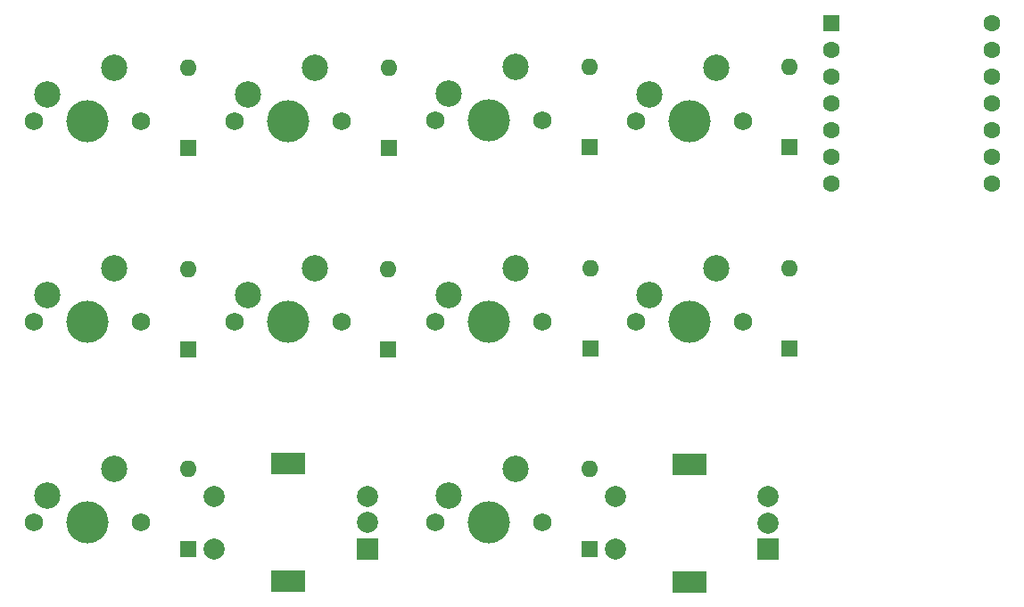
<source format=gbr>
%TF.GenerationSoftware,KiCad,Pcbnew,8.0.6*%
%TF.CreationDate,2024-10-21T23:54:32-04:00*%
%TF.ProjectId,keyboard tutorial,6b657962-6f61-4726-9420-7475746f7269,rev?*%
%TF.SameCoordinates,Original*%
%TF.FileFunction,Soldermask,Bot*%
%TF.FilePolarity,Negative*%
%FSLAX46Y46*%
G04 Gerber Fmt 4.6, Leading zero omitted, Abs format (unit mm)*
G04 Created by KiCad (PCBNEW 8.0.6) date 2024-10-21 23:54:32*
%MOMM*%
%LPD*%
G01*
G04 APERTURE LIST*
%ADD10C,1.750000*%
%ADD11C,4.000000*%
%ADD12C,2.500000*%
%ADD13R,2.000000X2.000000*%
%ADD14C,2.000000*%
%ADD15R,3.200000X2.000000*%
%ADD16R,1.600000X1.600000*%
%ADD17C,1.600000*%
%ADD18O,1.600000X1.600000*%
G04 APERTURE END LIST*
D10*
%TO.C,S9*%
X106680000Y-114617500D03*
D11*
X111760000Y-114617500D03*
D10*
X116840000Y-114617500D03*
D12*
X107950000Y-112077500D03*
X114300000Y-109537500D03*
%TD*%
D13*
%TO.C,SW2*%
X138330000Y-117150000D03*
D14*
X138330000Y-112150000D03*
X138330000Y-114650000D03*
D15*
X130830000Y-120250000D03*
X130830000Y-109050000D03*
D14*
X123830000Y-112150000D03*
X123830000Y-117150000D03*
%TD*%
D13*
%TO.C,SW1*%
X176420000Y-117200000D03*
D14*
X176420000Y-112200000D03*
X176420000Y-114700000D03*
D15*
X168920000Y-120300000D03*
X168920000Y-109100000D03*
D14*
X161920000Y-112200000D03*
X161920000Y-117200000D03*
%TD*%
D10*
%TO.C,S2*%
X125780000Y-76517500D03*
D11*
X130860000Y-76517500D03*
D10*
X135940000Y-76517500D03*
D12*
X127050000Y-73977500D03*
X133400000Y-71437500D03*
%TD*%
D10*
%TO.C,S6*%
X125730000Y-95567500D03*
D11*
X130810000Y-95567500D03*
D10*
X135890000Y-95567500D03*
D12*
X127000000Y-93027500D03*
X133350000Y-90487500D03*
%TD*%
D10*
%TO.C,S7*%
X144780000Y-95567500D03*
D11*
X149860000Y-95567500D03*
D10*
X154940000Y-95567500D03*
D12*
X146050000Y-93027500D03*
X152400000Y-90487500D03*
%TD*%
D10*
%TO.C,S8*%
X163830000Y-95567500D03*
D11*
X168910000Y-95567500D03*
D10*
X173990000Y-95567500D03*
D12*
X165100000Y-93027500D03*
X171450000Y-90487500D03*
%TD*%
D16*
%TO.C,U2*%
X182380000Y-67180000D03*
D17*
X182380000Y-69720000D03*
X182380000Y-72260000D03*
X182380000Y-74800000D03*
X182380000Y-77340000D03*
X182380000Y-79880000D03*
X182380000Y-82420000D03*
X197620000Y-82420000D03*
X197620000Y-79880000D03*
X197620000Y-77340000D03*
X197620000Y-74800000D03*
X197620000Y-72260000D03*
X197620000Y-69720000D03*
X197620000Y-67180000D03*
%TD*%
D10*
%TO.C,S3*%
X144841250Y-76461250D03*
D11*
X149921250Y-76461250D03*
D10*
X155001250Y-76461250D03*
D12*
X146111250Y-73921250D03*
X152461250Y-71381250D03*
%TD*%
D10*
%TO.C,S5*%
X106680000Y-95567500D03*
D11*
X111760000Y-95567500D03*
D10*
X116840000Y-95567500D03*
D12*
X107950000Y-93027500D03*
X114300000Y-90487500D03*
%TD*%
D10*
%TO.C,S4*%
X163830000Y-76517500D03*
D11*
X168910000Y-76517500D03*
D10*
X173990000Y-76517500D03*
D12*
X165100000Y-73977500D03*
X171450000Y-71437500D03*
%TD*%
D10*
%TO.C,S1*%
X106680000Y-76517500D03*
D11*
X111760000Y-76517500D03*
D10*
X116840000Y-76517500D03*
D12*
X107950000Y-73977500D03*
X114300000Y-71437500D03*
%TD*%
D10*
%TO.C,S10*%
X144780000Y-114617500D03*
D11*
X149860000Y-114617500D03*
D10*
X154940000Y-114617500D03*
D12*
X146050000Y-112077500D03*
X152400000Y-109537500D03*
%TD*%
D16*
%TO.C,D4*%
X121321250Y-98171250D03*
D18*
X121321250Y-90551250D03*
%TD*%
D16*
%TO.C,D10*%
X178400000Y-79010000D03*
D18*
X178400000Y-71390000D03*
%TD*%
D16*
%TO.C,D1*%
X121321250Y-79071250D03*
D18*
X121321250Y-71451250D03*
%TD*%
D16*
%TO.C,D11*%
X178400000Y-98110000D03*
D18*
X178400000Y-90490000D03*
%TD*%
D16*
%TO.C,D2*%
X159432500Y-79015000D03*
D18*
X159432500Y-71395000D03*
%TD*%
D16*
%TO.C,D6*%
X159521250Y-98161250D03*
D18*
X159521250Y-90541250D03*
%TD*%
D16*
%TO.C,D7*%
X121321250Y-117171250D03*
D18*
X121321250Y-109551250D03*
%TD*%
D16*
%TO.C,D3*%
X140421250Y-79071250D03*
D18*
X140421250Y-71451250D03*
%TD*%
D16*
%TO.C,D9*%
X159421250Y-117171250D03*
D18*
X159421250Y-109551250D03*
%TD*%
D16*
%TO.C,D5*%
X140321250Y-98171250D03*
D18*
X140321250Y-90551250D03*
%TD*%
M02*

</source>
